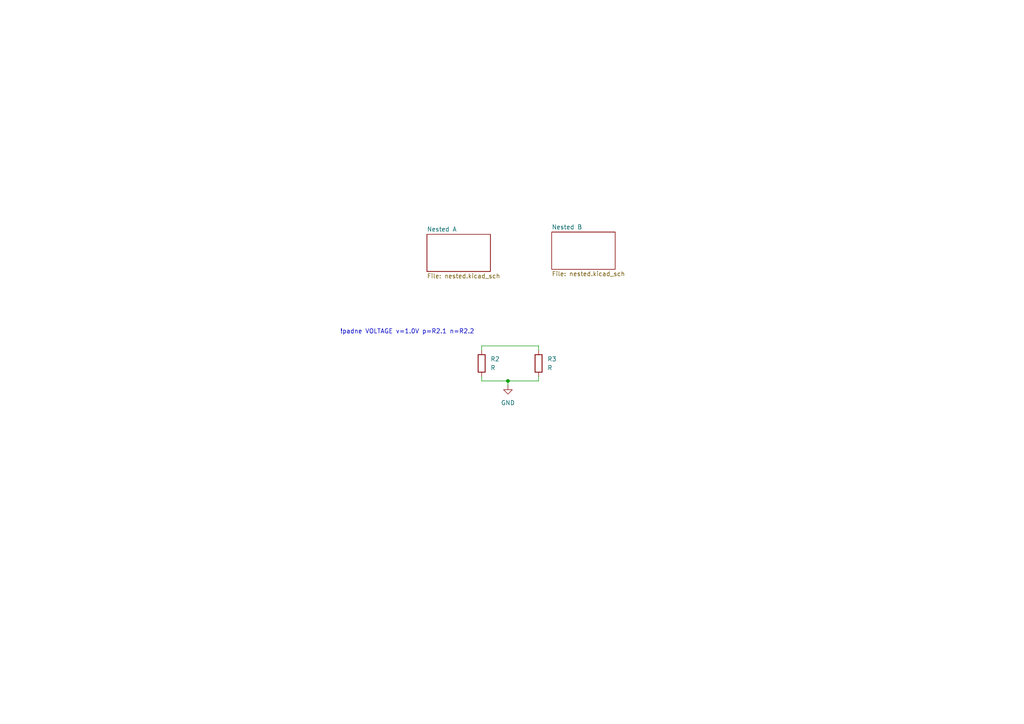
<source format=kicad_sch>
(kicad_sch (version 20231120) (generator "eeschema") (generator_version "8.0")
  (paper "A4")
  (lib_symbols
    (symbol "Device:R" (pin_numbers hide) (pin_names (offset 0))
      (property "Reference" "R" (at 2.032 0 90))
      (property "Value" "R" (at 0 0 90))
      (symbol "R_0_1"
        (rectangle (start -1.016 -2.54) (end 1.016 2.54) (stroke (width 0.254)))
      )
      (symbol "R_1_1"
        (pin passive line (at 0 3.81 270) (length 1.27) (name "~") (number "1"))
        (pin passive line (at 0 -3.81 90) (length 1.27) (name "~") (number "2"))
      )
    )
    (symbol "power:GND" (power) (pin_numbers hide) (pin_names (offset 0) hide)
      (property "Value" "GND" (at 0 -3.81 0))
      (symbol "GND_0_1"
        (polyline (pts (xy 0 0) (xy 0 -1.27) (xy 1.27 -1.27) (xy 0 -2.54) (xy -1.27 -1.27) (xy 0 -1.27)))
      )
      (symbol "GND_1_1"
        (pin power_in line (at 0 0 270) (length 0) (name "~") (number "1"))
      )
    )
  )
  (junction (at 147.32 110.49))
  (wire (pts (xy 156.21 100.33) (xy 156.21 101.6)))
  (wire (pts (xy 139.7 110.49) (xy 147.32 110.49)))
  (wire (pts (xy 139.7 110.49) (xy 139.7 109.22)))
  (wire (pts (xy 156.21 110.49) (xy 156.21 109.22)))
  (wire (pts (xy 147.32 110.49) (xy 147.32 111.76)))
  (wire (pts (xy 139.7 100.33) (xy 156.21 100.33)))
  (wire (pts (xy 147.32 110.49) (xy 156.21 110.49)))
  (wire (pts (xy 139.7 101.6) (xy 139.7 100.33)))
  (text "!padne VOLTAGE v=1.0V p=R2.1 n=R2.2" (at 118.11 96.266 0) (effects (font (size 1.27 1.27))))
  (symbol (lib_id "Device:R") (at 139.7 105.41 0) (unit 1)
    (property "Reference" "R2" (at 142.24 104.1399 0) (effects (justify left)))
    (property "Value" "R" (at 142.24 106.6799 0) (effects (justify left)))
    (property "Footprint" "Resistor_SMD:R_0603_1608Metric" (effects (hide yes)))
    (property "Description" "Resistor" (effects (hide yes)))
  )
  (symbol (lib_id "Device:R") (at 156.21 105.41 0) (unit 1)
    (property "Reference" "R3" (at 158.75 104.1399 0) (effects (justify left)))
    (property "Value" "R" (at 158.75 106.6799 0) (effects (justify left)))
    (property "Footprint" "Resistor_SMD:R_0603_1608Metric" (effects (hide yes)))
    (property "Description" "Resistor" (effects (hide yes)))
  )
  (symbol (lib_id "power:GND") (at 147.32 111.76 0) (unit 1)
    (property "Reference" "#PWR01" (effects (hide yes)))
    (property "Value" "GND" (at 147.32 116.84 0))
    (property "Description" "Power symbol creates a global label with name \"GND\" , ground" (effects (hide yes)))
  )
  (sheet (at 160.02 67.31) (size 18.415 10.795) (stroke (width 0.1524))
    (property "Sheetname" "Nested B" (at 160.02 66.5984 0) (effects (justify left bottom)))
    (property "Sheetfile" "nested.kicad_sch" (at 160.02 78.6896 0) (effects (justify left top)))
  )
  (sheet (at 123.825 67.945) (size 18.415 10.795) (stroke (width 0.1524))
    (property "Sheetname" "Nested A" (at 123.825 67.2334 0) (effects (justify left bottom)))
    (property "Sheetfile" "nested.kicad_sch" (at 123.825 79.3246 0) (effects (justify left top)))
  )
)
</source>
